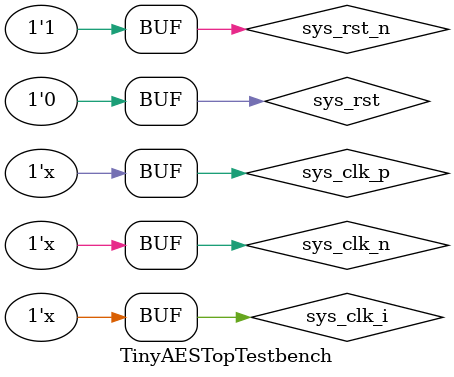
<source format=v>

`timescale 1ps/100fs

`include "Const.vh"
//==============================================================================

module TinyAESTopTestbench;

	localparam RESET_PERIOD = 200000; //in pSec  
	parameter CLKIN_PERIOD          = 5000;

	//**************************************************************************//
	// Wire Declarations
	//**************************************************************************//

	reg                                sys_rst_n;
	wire                               sys_rst;


	reg								sys_clk_i;
	wire                               sys_clk_p;
	wire                               sys_clk_n;

	//**************************************************************************//
	// Reset Generation
	//**************************************************************************//
	initial begin
	sys_rst_n = 1'b0;
	#RESET_PERIOD
	  sys_rst_n = 1'b1;
	end

	assign sys_rst = ~sys_rst_n;

	//**************************************************************************//
	// Clock Generation
	//**************************************************************************//

	initial
	sys_clk_i = 1'b0;
	always
	sys_clk_i = #(CLKIN_PERIOD/2.0) ~sys_clk_i;

	assign sys_clk_p = sys_clk_i;
	assign sys_clk_n = ~sys_clk_i;

	wire uart_txd;
	reg uart_rxd = 0;
	
	always @(posedge sys_clk_p) uart_rxd <= ~uart_rxd;
	
	//--------------------------------------------------------------------------
	//	CUT
	//--------------------------------------------------------------------------

	tiny_aes_vc707 CUT(		.sys_clk_p(				sys_clk_p),
							.sys_clk_n(				sys_clk_n),

							.sys_rst(				sys_rst),

							.uart_txd(				uart_txd),
							.uart_rxd(				uart_rxd));

	//--------------------------------------------------------------------------
endmodule
//--------------------------------------------------------------------------

</source>
